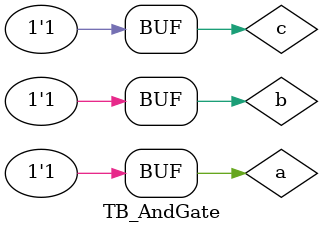
<source format=v>
`timescale 1ns / 1ps

module TB_AndGate();

reg a, b, c; //inputs
wire y; //outputs

OrGate dut(a,b,c,y);
initial begin

    a=0; b=0; c=0; #10;  //Case1
    a=0; b=1; c=0; #10;  //Case2
    a=1; b=0; c=0; #10;  //Case3
    a=1; b=1; c=0; #10;  //Case4
    a=0; b=0; c=1; #10;  //Case5
    a=0; b=1; c=1; #10;  //Case6
    a=1; b=0; c=1; #10;  //Case7
    a=1; b=1; c=1; #10;  //Case8


    end
endmodule


</source>
